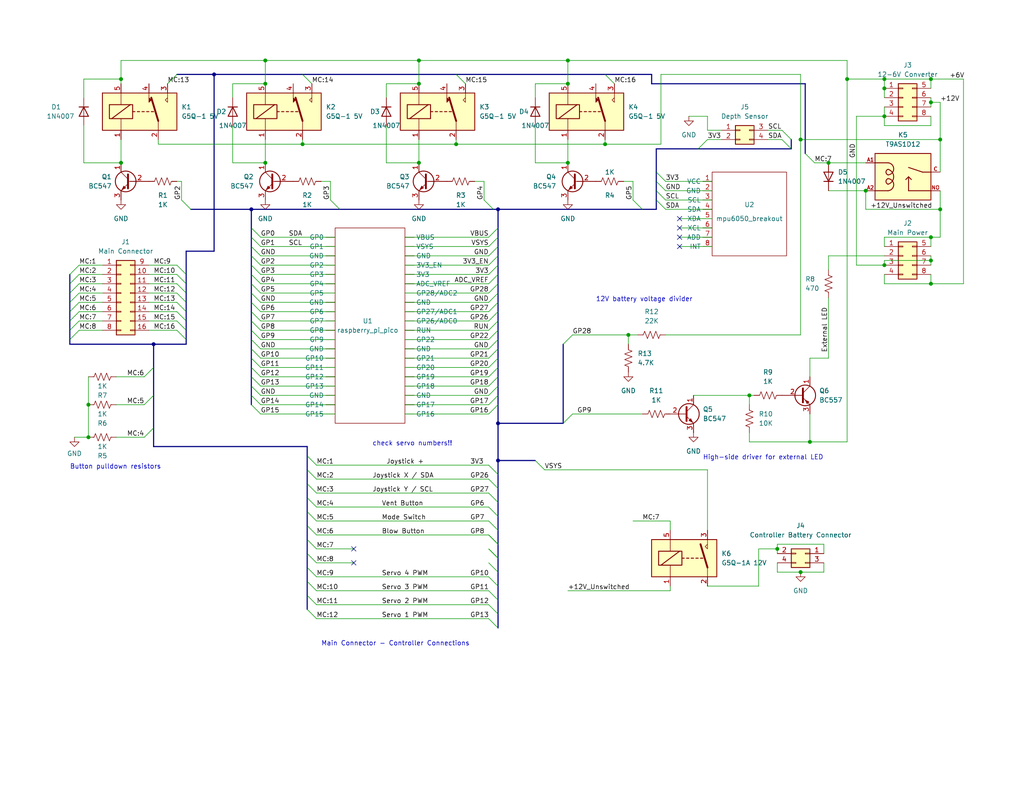
<source format=kicad_sch>
(kicad_sch (version 20211123) (generator eeschema)
  (paper "A")
  (bus_alias "MainConnector" (members "MC:1" "MC:2" "MC:3" "MC:4" "MC:5" "MC:6" "MC:7" "MC:8" "MC:9" "MC:10" "MC:11" "MC:12" "MC:13" "MC:14" "MC:15" "MC:16"))
  (bus_alias "ControllerPins" (members "GP0" "GP1" "GND" "GP2" "GP3" "GP4" "GP5" "GP6" "GP7" "GP8" "GP9" "GP10" "GP11" "GP12" "GP13" "GP14" "GP15" "GP16" "GP17" "GP18" "GP19" "GP20" "GP21" "GP22" "GP26" "GP27" "GP28" "ADC_VREF" "3V3" "3V3_EN" "VSYS" "VBUS"))
  (junction (at 226.06 44.45))
  (junction (at 256.54 57.15))
  (junction (at 236.22 52.07))
  (junction (at 254 27.94))
  (junction (at 165.1 39.37))
  (junction (at 154.94 44.45))
  (junction (at 241.3 24.13))
  (junction (at 254 21.59))
  (junction (at 33.02 44.45))
  (junction (at 58.42 20.32))
  (junction (at 154.94 16.51))
  (junction (at 218.44 156.21))
  (junction (at 204.47 107.95))
  (junction (at 33.02 21.59))
  (junction (at 231.14 21.59))
  (junction (at 68.58 57.15))
  (junction (at 72.39 22.86))
  (junction (at 218.44 38.1))
  (junction (at 154.94 22.86))
  (junction (at 72.39 16.51))
  (junction (at 241.3 21.59))
  (junction (at 135.89 57.15))
  (junction (at 254 77.47))
  (junction (at 114.3 44.45))
  (junction (at 212.09 149.86))
  (junction (at 114.3 16.51))
  (junction (at 124.46 39.37))
  (junction (at 24.13 110.49))
  (junction (at 256.54 38.1))
  (junction (at 82.55 39.37))
  (junction (at 24.13 119.38))
  (junction (at 241.3 72.39))
  (junction (at 254 71.12))
  (junction (at 171.45 91.44))
  (junction (at 241.3 31.75))
  (junction (at 72.39 44.45))
  (junction (at 135.89 115.57))
  (junction (at 41.91 93.98))
  (junction (at 254 64.77))
  (junction (at 220.98 120.65))
  (junction (at 114.3 22.86))
  (junction (at 135.89 125.73))
  (no_connect (at 185.42 67.31))
  (no_connect (at 96.52 153.67))
  (no_connect (at 185.42 59.69))
  (no_connect (at 96.52 149.86))
  (no_connect (at 185.42 62.23))
  (no_connect (at 185.42 64.77))
  (bus_entry (at 133.35 134.62) (size 2.54 2.54))
  (bus_entry (at 146.05 125.73) (size 2.54 2.54))
  (bus_entry (at 133.35 92.71) (size 2.54 -2.54))
  (bus_entry (at 133.35 102.87) (size 2.54 -2.54))
  (bus_entry (at 133.35 64.77) (size 2.54 -2.54))
  (bus_entry (at 133.35 95.25) (size 2.54 -2.54))
  (bus_entry (at 133.35 146.05) (size 2.54 2.54))
  (bus_entry (at 179.07 49.53) (size 2.54 2.54))
  (bus_entry (at 132.08 54.61) (size 2.54 2.54))
  (bus_entry (at 48.26 90.17) (size 2.54 2.54))
  (bus_entry (at 83.82 162.56) (size 2.54 2.54))
  (bus_entry (at 83.82 135.89) (size 2.54 2.54))
  (bus_entry (at 133.35 85.09) (size 2.54 -2.54))
  (bus_entry (at 68.58 95.25) (size 2.54 2.54))
  (bus_entry (at 133.35 72.39) (size 2.54 -2.54))
  (bus_entry (at 19.05 87.63) (size 2.54 -2.54))
  (bus_entry (at 172.72 54.61) (size 2.54 2.54))
  (bus_entry (at 133.35 149.86) (size 2.54 2.54))
  (bus_entry (at 133.35 157.48) (size 2.54 2.54))
  (bus_entry (at 133.35 80.01) (size 2.54 -2.54))
  (bus_entry (at 68.58 87.63) (size 2.54 2.54))
  (bus_entry (at 83.82 166.37) (size 2.54 2.54))
  (bus_entry (at 133.35 146.05) (size 2.54 2.54))
  (bus_entry (at 68.58 105.41) (size 2.54 2.54))
  (bus_entry (at 83.82 128.27) (size 2.54 2.54))
  (bus_entry (at 48.26 20.32) (size -2.54 2.54))
  (bus_entry (at 48.26 85.09) (size 2.54 2.54))
  (bus_entry (at 48.26 82.55) (size 2.54 2.54))
  (bus_entry (at 68.58 72.39) (size 2.54 2.54))
  (bus_entry (at 83.82 124.46) (size 2.54 2.54))
  (bus_entry (at 19.05 90.17) (size 2.54 -2.54))
  (bus_entry (at 48.26 87.63) (size 2.54 2.54))
  (bus_entry (at 19.05 80.01) (size 2.54 -2.54))
  (bus_entry (at 179.07 54.61) (size 2.54 2.54))
  (bus_entry (at 68.58 85.09) (size 2.54 2.54))
  (bus_entry (at 68.58 80.01) (size 2.54 2.54))
  (bus_entry (at 133.35 127) (size 2.54 2.54))
  (bus_entry (at 68.58 64.77) (size 2.54 2.54))
  (bus_entry (at 133.35 149.86) (size 2.54 2.54))
  (bus_entry (at 83.82 154.94) (size 2.54 2.54))
  (bus_entry (at 68.58 97.79) (size 2.54 2.54))
  (bus_entry (at 68.58 74.93) (size 2.54 2.54))
  (bus_entry (at 19.05 77.47) (size 2.54 -2.54))
  (bus_entry (at 41.91 107.95) (size -2.54 2.54))
  (bus_entry (at 153.67 115.57) (size 2.54 -2.54))
  (bus_entry (at 133.35 153.67) (size 2.54 2.54))
  (bus_entry (at 48.26 72.39) (size 2.54 2.54))
  (bus_entry (at 133.35 161.29) (size 2.54 2.54))
  (bus_entry (at 82.55 20.32) (size 2.54 2.54))
  (bus_entry (at 68.58 67.31) (size 2.54 2.54))
  (bus_entry (at 179.07 46.99) (size 2.54 2.54))
  (bus_entry (at 19.05 92.71) (size 2.54 -2.54))
  (bus_entry (at 48.26 74.93) (size 2.54 2.54))
  (bus_entry (at 133.35 97.79) (size 2.54 -2.54))
  (bus_entry (at 133.35 110.49) (size 2.54 -2.54))
  (bus_entry (at 19.05 74.93) (size 2.54 -2.54))
  (bus_entry (at 68.58 90.17) (size 2.54 2.54))
  (bus_entry (at 83.82 143.51) (size 2.54 2.54))
  (bus_entry (at 133.35 90.17) (size 2.54 -2.54))
  (bus_entry (at 83.82 151.13) (size 2.54 2.54))
  (bus_entry (at 90.17 54.61) (size 2.54 2.54))
  (bus_entry (at 133.35 138.43) (size 2.54 2.54))
  (bus_entry (at 83.82 158.75) (size 2.54 2.54))
  (bus_entry (at 83.82 139.7) (size 2.54 2.54))
  (bus_entry (at 68.58 77.47) (size 2.54 2.54))
  (bus_entry (at 213.36 38.1) (size 2.54 2.54))
  (bus_entry (at 19.05 85.09) (size 2.54 -2.54))
  (bus_entry (at 133.35 74.93) (size 2.54 -2.54))
  (bus_entry (at 41.91 116.84) (size -2.54 2.54))
  (bus_entry (at 133.35 100.33) (size 2.54 -2.54))
  (bus_entry (at 49.53 54.61) (size 2.54 2.54))
  (bus_entry (at 133.35 77.47) (size 2.54 -2.54))
  (bus_entry (at 133.35 113.03) (size 2.54 -2.54))
  (bus_entry (at 133.35 69.85) (size 2.54 -2.54))
  (bus_entry (at 68.58 100.33) (size 2.54 2.54))
  (bus_entry (at 153.67 93.98) (size 2.54 -2.54))
  (bus_entry (at 68.58 62.23) (size 2.54 2.54))
  (bus_entry (at 133.35 165.1) (size 2.54 2.54))
  (bus_entry (at 133.35 105.41) (size 2.54 -2.54))
  (bus_entry (at 133.35 82.55) (size 2.54 -2.54))
  (bus_entry (at 133.35 107.95) (size 2.54 -2.54))
  (bus_entry (at 48.26 80.01) (size 2.54 2.54))
  (bus_entry (at 41.91 100.33) (size -2.54 2.54))
  (bus_entry (at 213.36 35.56) (size 2.54 2.54))
  (bus_entry (at 68.58 92.71) (size 2.54 2.54))
  (bus_entry (at 83.82 147.32) (size 2.54 2.54))
  (bus_entry (at 48.26 77.47) (size 2.54 2.54))
  (bus_entry (at 19.05 82.55) (size 2.54 -2.54))
  (bus_entry (at 133.35 130.81) (size 2.54 2.54))
  (bus_entry (at 179.07 52.07) (size 2.54 2.54))
  (bus_entry (at 68.58 69.85) (size 2.54 2.54))
  (bus_entry (at 190.5 40.64) (size 2.54 -2.54))
  (bus_entry (at 68.58 82.55) (size 2.54 2.54))
  (bus_entry (at 133.35 67.31) (size 2.54 -2.54))
  (bus_entry (at 219.71 41.91) (size 2.54 2.54))
  (bus_entry (at 133.35 142.24) (size 2.54 2.54))
  (bus_entry (at 165.1 20.32) (size 2.54 2.54))
  (bus_entry (at 83.82 132.08) (size 2.54 2.54))
  (bus_entry (at 68.58 107.95) (size 2.54 2.54))
  (bus_entry (at 133.35 168.91) (size 2.54 2.54))
  (bus_entry (at 133.35 87.63) (size 2.54 -2.54))
  (bus_entry (at 68.58 102.87) (size 2.54 2.54))
  (bus_entry (at 124.46 20.32) (size 2.54 2.54))
  (bus_entry (at 68.58 110.49) (size 2.54 2.54))
  (wire (pts (xy 254 27.94) (xy 254 29.21)))
  (bus (pts (xy 135.89 152.4) (xy 135.89 156.21)))
  (wire (pts (xy 71.12 87.63) (xy 91.44 87.63)))
  (bus (pts (xy 135.89 107.95) (xy 135.89 110.49)))
  (bus (pts (xy 83.82 158.75) (xy 83.82 162.56)))
  (wire (pts (xy 154.94 22.86) (xy 146.05 22.86)))
  (bus (pts (xy 135.89 67.31) (xy 135.89 69.85)))
  (wire (pts (xy 209.55 38.1) (xy 213.36 38.1)))
  (wire (pts (xy 207.01 149.86) (xy 207.01 160.02)))
  (bus (pts (xy 135.89 57.15) (xy 175.26 57.15)))
  (wire (pts (xy 181.61 54.61) (xy 194.31 54.61)))
  (wire (pts (xy 185.42 59.69) (xy 194.31 59.69)))
  (wire (pts (xy 241.3 24.13) (xy 241.3 26.67)))
  (wire (pts (xy 241.3 77.47) (xy 254 77.47)))
  (wire (pts (xy 254 21.59) (xy 262.89 21.59)))
  (bus (pts (xy 135.89 140.97) (xy 135.89 144.78)))
  (wire (pts (xy 71.12 85.09) (xy 91.44 85.09)))
  (bus (pts (xy 68.58 62.23) (xy 68.58 64.77)))
  (wire (pts (xy 86.36 146.05) (xy 133.35 146.05)))
  (wire (pts (xy 43.18 39.37) (xy 82.55 39.37)))
  (bus (pts (xy 83.82 147.32) (xy 83.82 151.13)))
  (bus (pts (xy 219.71 22.86) (xy 219.71 41.91)))
  (bus (pts (xy 165.1 20.32) (xy 177.8 20.32)))
  (wire (pts (xy 256.54 64.77) (xy 254 64.77)))
  (wire (pts (xy 63.5 22.86) (xy 63.5 26.67)))
  (bus (pts (xy 68.58 57.15) (xy 92.71 57.15)))
  (bus (pts (xy 83.82 132.08) (xy 83.82 135.89)))
  (wire (pts (xy 231.14 21.59) (xy 241.3 21.59)))
  (bus (pts (xy 50.8 92.71) (xy 50.8 93.98)))
  (bus (pts (xy 19.05 82.55) (xy 19.05 85.09)))
  (wire (pts (xy 226.06 81.28) (xy 226.06 97.79)))
  (wire (pts (xy 71.12 95.25) (xy 91.44 95.25)))
  (wire (pts (xy 71.12 105.41) (xy 91.44 105.41)))
  (wire (pts (xy 212.09 149.86) (xy 207.01 149.86)))
  (bus (pts (xy 58.42 20.32) (xy 58.42 68.58)))
  (wire (pts (xy 193.04 35.56) (xy 193.04 31.75)))
  (wire (pts (xy 110.49 74.93) (xy 133.35 74.93)))
  (wire (pts (xy 40.64 82.55) (xy 48.26 82.55)))
  (bus (pts (xy 19.05 90.17) (xy 19.05 92.71)))
  (wire (pts (xy 124.46 39.37) (xy 124.46 38.1)))
  (wire (pts (xy 110.49 85.09) (xy 133.35 85.09)))
  (bus (pts (xy 153.67 93.98) (xy 153.67 115.57)))
  (wire (pts (xy 224.79 148.59) (xy 224.79 151.13)))
  (wire (pts (xy 220.98 97.79) (xy 220.98 102.87)))
  (wire (pts (xy 256.54 38.1) (xy 256.54 46.99)))
  (bus (pts (xy 135.89 77.47) (xy 135.89 80.01)))
  (wire (pts (xy 193.04 144.78) (xy 193.04 128.27)))
  (bus (pts (xy 41.91 93.98) (xy 50.8 93.98)))
  (wire (pts (xy 182.88 160.02) (xy 182.88 161.29)))
  (wire (pts (xy 241.3 24.13) (xy 241.3 21.59)))
  (wire (pts (xy 154.94 16.51) (xy 154.94 22.86)))
  (wire (pts (xy 189.23 107.95) (xy 204.47 107.95)))
  (bus (pts (xy 50.8 68.58) (xy 50.8 74.93)))
  (wire (pts (xy 241.3 69.85) (xy 226.06 69.85)))
  (wire (pts (xy 110.49 82.55) (xy 133.35 82.55)))
  (wire (pts (xy 254 77.47) (xy 262.89 77.47)))
  (wire (pts (xy 22.86 44.45) (xy 33.02 44.45)))
  (bus (pts (xy 135.89 90.17) (xy 135.89 92.71)))
  (bus (pts (xy 135.89 57.15) (xy 135.89 62.23)))
  (wire (pts (xy 204.47 107.95) (xy 204.47 110.49)))
  (bus (pts (xy 135.89 74.93) (xy 135.89 77.47)))
  (bus (pts (xy 83.82 162.56) (xy 83.82 166.37)))
  (bus (pts (xy 68.58 57.15) (xy 68.58 62.23)))
  (bus (pts (xy 50.8 77.47) (xy 50.8 80.01)))
  (wire (pts (xy 20.32 119.38) (xy 24.13 119.38)))
  (wire (pts (xy 220.98 97.79) (xy 226.06 97.79)))
  (bus (pts (xy 68.58 74.93) (xy 68.58 77.47)))
  (wire (pts (xy 212.09 153.67) (xy 212.09 156.21)))
  (bus (pts (xy 135.89 80.01) (xy 135.89 82.55)))
  (wire (pts (xy 241.3 72.39) (xy 233.68 72.39)))
  (bus (pts (xy 68.58 95.25) (xy 68.58 97.79)))
  (bus (pts (xy 68.58 92.71) (xy 68.58 95.25)))
  (wire (pts (xy 71.12 67.31) (xy 91.44 67.31)))
  (wire (pts (xy 40.64 74.93) (xy 48.26 74.93)))
  (wire (pts (xy 241.3 21.59) (xy 254 21.59)))
  (bus (pts (xy 135.89 102.87) (xy 135.89 105.41)))
  (wire (pts (xy 226.06 44.45) (xy 236.22 44.45)))
  (bus (pts (xy 50.8 80.01) (xy 50.8 82.55)))
  (bus (pts (xy 135.89 105.41) (xy 135.89 107.95)))
  (bus (pts (xy 83.82 135.89) (xy 83.82 139.7)))
  (wire (pts (xy 110.49 102.87) (xy 133.35 102.87)))
  (bus (pts (xy 19.05 87.63) (xy 19.05 90.17)))
  (wire (pts (xy 39.37 102.87) (xy 31.75 102.87)))
  (wire (pts (xy 254 71.12) (xy 241.3 71.12)))
  (wire (pts (xy 156.21 91.44) (xy 171.45 91.44)))
  (wire (pts (xy 71.12 72.39) (xy 91.44 72.39)))
  (wire (pts (xy 172.72 49.53) (xy 170.18 49.53)))
  (wire (pts (xy 71.12 100.33) (xy 91.44 100.33)))
  (wire (pts (xy 24.13 110.49) (xy 24.13 102.87)))
  (wire (pts (xy 193.04 35.56) (xy 196.85 35.56)))
  (wire (pts (xy 233.68 72.39) (xy 233.68 31.75)))
  (wire (pts (xy 204.47 120.65) (xy 220.98 120.65)))
  (wire (pts (xy 21.59 74.93) (xy 27.94 74.93)))
  (wire (pts (xy 82.55 39.37) (xy 82.55 38.1)))
  (wire (pts (xy 33.02 16.51) (xy 33.02 21.59)))
  (wire (pts (xy 110.49 105.41) (xy 133.35 105.41)))
  (wire (pts (xy 181.61 113.03) (xy 182.88 113.03)))
  (wire (pts (xy 21.59 82.55) (xy 27.94 82.55)))
  (wire (pts (xy 71.12 69.85) (xy 91.44 69.85)))
  (wire (pts (xy 212.09 148.59) (xy 212.09 149.86)))
  (bus (pts (xy 50.8 82.55) (xy 50.8 85.09)))
  (bus (pts (xy 19.05 74.93) (xy 19.05 77.47)))
  (wire (pts (xy 220.98 113.03) (xy 220.98 120.65)))
  (wire (pts (xy 114.3 44.45) (xy 114.3 38.1)))
  (wire (pts (xy 171.45 93.98) (xy 171.45 91.44)))
  (wire (pts (xy 63.5 34.29) (xy 63.5 44.45)))
  (wire (pts (xy 172.72 49.53) (xy 172.72 54.61)))
  (wire (pts (xy 132.08 49.53) (xy 132.08 54.61)))
  (wire (pts (xy 207.01 160.02) (xy 193.04 160.02)))
  (wire (pts (xy 148.59 128.27) (xy 193.04 128.27)))
  (wire (pts (xy 110.49 77.47) (xy 133.35 77.47)))
  (bus (pts (xy 177.8 22.86) (xy 219.71 22.86)))
  (wire (pts (xy 241.3 71.12) (xy 241.3 72.39)))
  (wire (pts (xy 154.94 44.45) (xy 154.94 38.1)))
  (bus (pts (xy 58.42 20.32) (xy 82.55 20.32)))
  (bus (pts (xy 41.91 107.95) (xy 41.91 100.33)))
  (wire (pts (xy 165.1 39.37) (xy 180.34 39.37)))
  (bus (pts (xy 83.82 151.13) (xy 83.82 154.94)))
  (wire (pts (xy 146.05 34.29) (xy 146.05 44.45)))
  (wire (pts (xy 181.61 57.15) (xy 194.31 57.15)))
  (wire (pts (xy 86.36 130.81) (xy 133.35 130.81)))
  (wire (pts (xy 110.49 67.31) (xy 133.35 67.31)))
  (wire (pts (xy 262.89 21.59) (xy 262.89 77.47)))
  (wire (pts (xy 254 21.59) (xy 254 24.13)))
  (wire (pts (xy 110.49 110.49) (xy 133.35 110.49)))
  (bus (pts (xy 179.07 52.07) (xy 179.07 54.61)))
  (wire (pts (xy 254 34.29) (xy 254 31.75)))
  (bus (pts (xy 52.07 57.15) (xy 68.58 57.15)))
  (bus (pts (xy 68.58 105.41) (xy 68.58 107.95)))
  (wire (pts (xy 165.1 39.37) (xy 165.1 38.1)))
  (bus (pts (xy 48.26 20.32) (xy 58.42 20.32)))
  (wire (pts (xy 256.54 57.15) (xy 256.54 64.77)))
  (bus (pts (xy 83.82 139.7) (xy 83.82 143.51)))
  (wire (pts (xy 154.94 16.51) (xy 231.14 16.51)))
  (wire (pts (xy 110.49 113.03) (xy 133.35 113.03)))
  (bus (pts (xy 68.58 77.47) (xy 68.58 80.01)))
  (bus (pts (xy 68.58 87.63) (xy 68.58 90.17)))
  (wire (pts (xy 22.86 34.29) (xy 22.86 44.45)))
  (wire (pts (xy 241.3 67.31) (xy 241.3 64.77)))
  (wire (pts (xy 254 69.85) (xy 254 71.12)))
  (wire (pts (xy 209.55 35.56) (xy 213.36 35.56)))
  (bus (pts (xy 135.89 144.78) (xy 135.89 148.59)))
  (wire (pts (xy 71.12 107.95) (xy 91.44 107.95)))
  (bus (pts (xy 135.89 100.33) (xy 135.89 102.87)))
  (wire (pts (xy 71.12 102.87) (xy 91.44 102.87)))
  (wire (pts (xy 40.64 85.09) (xy 48.26 85.09)))
  (bus (pts (xy 179.07 57.15) (xy 175.26 57.15)))
  (wire (pts (xy 146.05 44.45) (xy 154.94 44.45)))
  (wire (pts (xy 72.39 16.51) (xy 72.39 22.86)))
  (wire (pts (xy 171.45 91.44) (xy 173.99 91.44)))
  (wire (pts (xy 224.79 156.21) (xy 224.79 153.67)))
  (wire (pts (xy 110.49 100.33) (xy 133.35 100.33)))
  (wire (pts (xy 21.59 85.09) (xy 27.94 85.09)))
  (bus (pts (xy 135.89 129.54) (xy 135.89 133.35)))
  (bus (pts (xy 135.89 87.63) (xy 135.89 90.17)))
  (wire (pts (xy 40.64 90.17) (xy 48.26 90.17)))
  (wire (pts (xy 86.36 153.67) (xy 96.52 153.67)))
  (bus (pts (xy 179.07 54.61) (xy 179.07 57.15)))
  (wire (pts (xy 71.12 97.79) (xy 91.44 97.79)))
  (bus (pts (xy 68.58 107.95) (xy 68.58 110.49)))
  (bus (pts (xy 135.89 156.21) (xy 135.89 160.02)))
  (wire (pts (xy 241.3 31.75) (xy 241.3 34.29)))
  (wire (pts (xy 49.53 49.53) (xy 49.53 54.61)))
  (wire (pts (xy 40.64 87.63) (xy 48.26 87.63)))
  (wire (pts (xy 24.13 119.38) (xy 24.13 110.49)))
  (bus (pts (xy 19.05 80.01) (xy 19.05 82.55)))
  (wire (pts (xy 21.59 90.17) (xy 27.94 90.17)))
  (wire (pts (xy 146.05 22.86) (xy 146.05 26.67)))
  (bus (pts (xy 179.07 49.53) (xy 179.07 52.07)))
  (wire (pts (xy 231.14 16.51) (xy 231.14 21.59)))
  (wire (pts (xy 241.3 34.29) (xy 254 34.29)))
  (wire (pts (xy 71.12 74.93) (xy 91.44 74.93)))
  (wire (pts (xy 71.12 82.55) (xy 91.44 82.55)))
  (bus (pts (xy 177.8 20.32) (xy 177.8 22.86)))
  (wire (pts (xy 33.02 16.51) (xy 72.39 16.51)))
  (wire (pts (xy 90.17 49.53) (xy 90.17 54.61)))
  (bus (pts (xy 179.07 40.64) (xy 190.5 40.64)))
  (bus (pts (xy 135.89 85.09) (xy 135.89 87.63)))
  (wire (pts (xy 218.44 20.32) (xy 180.34 20.32)))
  (bus (pts (xy 58.42 68.58) (xy 50.8 68.58)))
  (bus (pts (xy 135.89 69.85) (xy 135.89 72.39)))
  (bus (pts (xy 135.89 115.57) (xy 135.89 125.73)))
  (wire (pts (xy 218.44 20.32) (xy 218.44 38.1)))
  (wire (pts (xy 63.5 44.45) (xy 72.39 44.45)))
  (wire (pts (xy 22.86 26.67) (xy 22.86 21.59)))
  (bus (pts (xy 68.58 90.17) (xy 68.58 92.71)))
  (wire (pts (xy 180.34 20.32) (xy 180.34 39.37)))
  (wire (pts (xy 71.12 77.47) (xy 91.44 77.47)))
  (wire (pts (xy 40.64 80.01) (xy 48.26 80.01)))
  (wire (pts (xy 182.88 142.24) (xy 172.72 142.24)))
  (bus (pts (xy 68.58 69.85) (xy 68.58 72.39)))
  (wire (pts (xy 86.36 134.62) (xy 133.35 134.62)))
  (wire (pts (xy 256.54 27.94) (xy 256.54 38.1)))
  (bus (pts (xy 135.89 92.71) (xy 135.89 95.25)))
  (wire (pts (xy 33.02 21.59) (xy 33.02 22.86)))
  (bus (pts (xy 92.71 57.15) (xy 134.62 57.15)))
  (wire (pts (xy 181.61 91.44) (xy 218.44 91.44)))
  (wire (pts (xy 185.42 62.23) (xy 194.31 62.23)))
  (wire (pts (xy 114.3 16.51) (xy 154.94 16.51)))
  (bus (pts (xy 190.5 40.64) (xy 215.9 40.64)))
  (wire (pts (xy 218.44 156.21) (xy 224.79 156.21)))
  (wire (pts (xy 105.41 44.45) (xy 114.3 44.45)))
  (wire (pts (xy 204.47 118.11) (xy 204.47 120.65)))
  (wire (pts (xy 105.41 22.86) (xy 114.3 22.86)))
  (bus (pts (xy 135.89 167.64) (xy 135.89 171.45)))
  (wire (pts (xy 226.06 52.07) (xy 236.22 52.07)))
  (wire (pts (xy 254 77.47) (xy 254 74.93)))
  (wire (pts (xy 110.49 95.25) (xy 133.35 95.25)))
  (wire (pts (xy 86.36 138.43) (xy 133.35 138.43)))
  (bus (pts (xy 215.9 38.1) (xy 215.9 40.64)))
  (wire (pts (xy 114.3 16.51) (xy 114.3 22.86)))
  (wire (pts (xy 48.26 49.53) (xy 49.53 49.53)))
  (wire (pts (xy 71.12 80.01) (xy 91.44 80.01)))
  (bus (pts (xy 83.82 124.46) (xy 83.82 128.27)))
  (wire (pts (xy 110.49 80.01) (xy 133.35 80.01)))
  (wire (pts (xy 40.64 72.39) (xy 48.26 72.39)))
  (bus (pts (xy 19.05 93.98) (xy 41.91 93.98)))
  (wire (pts (xy 222.25 44.45) (xy 226.06 44.45)))
  (bus (pts (xy 135.89 160.02) (xy 135.89 163.83)))
  (wire (pts (xy 193.04 38.1) (xy 196.85 38.1)))
  (wire (pts (xy 72.39 16.51) (xy 114.3 16.51)))
  (wire (pts (xy 105.41 34.29) (xy 105.41 44.45)))
  (bus (pts (xy 179.07 46.99) (xy 179.07 49.53)))
  (wire (pts (xy 181.61 52.07) (xy 194.31 52.07)))
  (bus (pts (xy 19.05 77.47) (xy 19.05 80.01)))
  (wire (pts (xy 82.55 39.37) (xy 124.46 39.37)))
  (wire (pts (xy 226.06 69.85) (xy 226.06 73.66)))
  (wire (pts (xy 241.3 64.77) (xy 254 64.77)))
  (bus (pts (xy 135.89 125.73) (xy 135.89 129.54)))
  (wire (pts (xy 212.09 149.86) (xy 212.09 151.13)))
  (bus (pts (xy 19.05 92.71) (xy 19.05 93.98)))
  (wire (pts (xy 43.18 38.1) (xy 43.18 39.37)))
  (wire (pts (xy 236.22 52.07) (xy 236.22 57.15)))
  (bus (pts (xy 135.89 137.16) (xy 135.89 140.97)))
  (wire (pts (xy 254 64.77) (xy 254 67.31)))
  (wire (pts (xy 182.88 142.24) (xy 182.88 144.78)))
  (bus (pts (xy 135.89 64.77) (xy 135.89 67.31)))
  (wire (pts (xy 233.68 31.75) (xy 241.3 31.75)))
  (bus (pts (xy 41.91 107.95) (xy 41.91 116.84)))
  (bus (pts (xy 41.91 93.98) (xy 41.91 100.33)))
  (wire (pts (xy 231.14 21.59) (xy 231.14 120.65)))
  (bus (pts (xy 83.82 128.27) (xy 83.82 132.08)))
  (wire (pts (xy 86.36 127) (xy 133.35 127)))
  (wire (pts (xy 105.41 26.67) (xy 105.41 22.86)))
  (wire (pts (xy 21.59 87.63) (xy 27.94 87.63)))
  (wire (pts (xy 110.49 69.85) (xy 133.35 69.85)))
  (wire (pts (xy 21.59 72.39) (xy 27.94 72.39)))
  (bus (pts (xy 135.89 148.59) (xy 135.89 152.4)))
  (bus (pts (xy 135.89 133.35) (xy 135.89 137.16)))
  (wire (pts (xy 39.37 119.38) (xy 31.75 119.38)))
  (bus (pts (xy 68.58 97.79) (xy 68.58 100.33)))
  (wire (pts (xy 110.49 97.79) (xy 133.35 97.79)))
  (wire (pts (xy 187.96 31.75) (xy 193.04 31.75)))
  (wire (pts (xy 212.09 156.21) (xy 218.44 156.21)))
  (wire (pts (xy 86.36 165.1) (xy 133.35 165.1)))
  (wire (pts (xy 154.94 161.29) (xy 182.88 161.29)))
  (wire (pts (xy 72.39 44.45) (xy 72.39 38.1)))
  (bus (pts (xy 83.82 143.51) (xy 83.82 147.32)))
  (bus (pts (xy 135.89 125.73) (xy 146.05 125.73)))
  (bus (pts (xy 83.82 154.94) (xy 83.82 158.75)))
  (wire (pts (xy 71.12 113.03) (xy 91.44 113.03)))
  (wire (pts (xy 86.36 161.29) (xy 133.35 161.29)))
  (wire (pts (xy 110.49 107.95) (xy 133.35 107.95)))
  (wire (pts (xy 132.08 49.53) (xy 129.54 49.53)))
  (wire (pts (xy 220.98 120.65) (xy 231.14 120.65)))
  (bus (pts (xy 50.8 85.09) (xy 50.8 87.63)))
  (wire (pts (xy 218.44 38.1) (xy 218.44 91.44)))
  (wire (pts (xy 71.12 90.17) (xy 91.44 90.17)))
  (wire (pts (xy 90.17 49.53) (xy 87.63 49.53)))
  (bus (pts (xy 68.58 100.33) (xy 68.58 102.87)))
  (bus (pts (xy 50.8 74.93) (xy 50.8 77.47)))
  (wire (pts (xy 110.49 90.17) (xy 133.35 90.17)))
  (wire (pts (xy 86.36 157.48) (xy 133.35 157.48)))
  (wire (pts (xy 236.22 57.15) (xy 256.54 57.15)))
  (wire (pts (xy 86.36 142.24) (xy 133.35 142.24)))
  (bus (pts (xy 41.91 116.84) (xy 41.91 121.92)))
  (bus (pts (xy 124.46 20.32) (xy 165.1 20.32)))
  (wire (pts (xy 241.3 74.93) (xy 241.3 77.47)))
  (wire (pts (xy 254 26.67) (xy 254 27.94)))
  (bus (pts (xy 135.89 72.39) (xy 135.89 74.93)))
  (wire (pts (xy 71.12 64.77) (xy 91.44 64.77)))
  (bus (pts (xy 135.89 62.23) (xy 135.89 64.77)))
  (wire (pts (xy 21.59 80.01) (xy 27.94 80.01)))
  (bus (pts (xy 68.58 64.77) (xy 68.58 67.31)))
  (wire (pts (xy 86.36 149.86) (xy 96.52 149.86)))
  (wire (pts (xy 181.61 49.53) (xy 194.31 49.53)))
  (bus (pts (xy 135.89 115.57) (xy 153.67 115.57)))
  (bus (pts (xy 135.89 95.25) (xy 135.89 97.79)))
  (bus (pts (xy 50.8 87.63) (xy 50.8 90.17)))
  (wire (pts (xy 86.36 168.91) (xy 133.35 168.91)))
  (wire (pts (xy 224.79 148.59) (xy 212.09 148.59)))
  (wire (pts (xy 241.3 29.21) (xy 241.3 31.75)))
  (bus (pts (xy 82.55 20.32) (xy 124.46 20.32)))
  (wire (pts (xy 218.44 38.1) (xy 256.54 38.1)))
  (bus (pts (xy 68.58 82.55) (xy 68.58 85.09)))
  (wire (pts (xy 204.47 107.95) (xy 205.74 107.95)))
  (bus (pts (xy 179.07 40.64) (xy 179.07 46.99)))
  (wire (pts (xy 185.42 67.31) (xy 194.31 67.31)))
  (wire (pts (xy 71.12 110.49) (xy 91.44 110.49)))
  (wire (pts (xy 185.42 64.77) (xy 194.31 64.77)))
  (bus (pts (xy 68.58 67.31) (xy 68.58 69.85)))
  (bus (pts (xy 135.89 163.83) (xy 135.89 167.64)))
  (bus (pts (xy 135.89 82.55) (xy 135.89 85.09)))
  (wire (pts (xy 22.86 21.59) (xy 33.02 21.59)))
  (wire (pts (xy 110.49 64.77) (xy 133.35 64.77)))
  (wire (pts (xy 254 71.12) (xy 254 72.39)))
  (bus (pts (xy 134.62 57.15) (xy 135.89 57.15)))
  (wire (pts (xy 110.49 87.63) (xy 133.35 87.63)))
  (wire (pts (xy 33.02 38.1) (xy 33.02 44.45)))
  (wire (pts (xy 40.64 77.47) (xy 48.26 77.47)))
  (bus (pts (xy 50.8 90.17) (xy 50.8 92.71)))
  (bus (pts (xy 68.58 102.87) (xy 68.58 105.41)))
  (wire (pts (xy 156.21 113.03) (xy 175.26 113.03)))
  (wire (pts (xy 72.39 22.86) (xy 63.5 22.86)))
  (bus (pts (xy 68.58 80.01) (xy 68.58 82.55)))
  (wire (pts (xy 21.59 77.47) (xy 27.94 77.47)))
  (wire (pts (xy 110.49 72.39) (xy 133.35 72.39)))
  (bus (pts (xy 83.82 121.92) (xy 83.82 124.46)))
  (wire (pts (xy 124.46 39.37) (xy 165.1 39.37)))
  (wire (pts (xy 71.12 92.71) (xy 91.44 92.71)))
  (bus (pts (xy 19.05 85.09) (xy 19.05 87.63)))
  (wire (pts (xy 110.49 92.71) (xy 133.35 92.71)))
  (bus (pts (xy 68.58 72.39) (xy 68.58 74.93)))
  (wire (pts (xy 39.37 110.49) (xy 31.75 110.49)))
  (bus (pts (xy 68.58 85.09) (xy 68.58 87.63)))
  (bus (pts (xy 41.91 121.92) (xy 83.82 121.92)))
  (wire (pts (xy 256.54 52.07) (xy 256.54 57.15)))
  (bus (pts (xy 135.89 97.79) (xy 135.89 100.33)))
  (wire (pts (xy 254 27.94) (xy 256.54 27.94)))
  (bus (pts (xy 135.89 110.49) (xy 135.89 115.57)))
  (text "12V battery voltage divider" (at 162.56 82.55 0) (effects (font (size 1.27 1.27)) (justify left bottom)))
  (text "Main Connector - Controller Connections" (at 87.63 176.53 0) (effects (font (size 1.27 1.27)) (justify left bottom)))
  (text "Button pulldown resistors" (at 19.05 128.27 0) (effects (font (size 1.27 1.27)) (justify left bottom)))
  (text "check servo numbers!!" (at 101.6 121.92 0) (effects (font (size 1.27 1.27)) (justify left bottom)))
  (text "High-side driver for external LED" (at 191.77 125.73 0) (effects (font (size 1.27 1.27)) (justify left bottom)))
  (label "GP9" (at 157.48 113.03 0))
  (label "GP26" (at 128.27 130.81 0))
  (label "GP2" (at 49.53 54.61 90))
  (label "GP27" (at 128.27 134.62 0))
  (label "+6V" (at 259.08 21.59 0))
  (label "MC:13" (at 45.72 22.86 0))
  (label "GND" (at 181.61 52.07 0))
  (label "GP12" (at 71.12 102.87 0))
  (label "GP15" (at 71.12 113.03 0))
  (label "MC:16" (at 41.91 90.17 0))
  (label "MC:13" (at 41.91 82.55 0))
  (label "MC:14" (at 85.09 22.86 0))
  (label "GP6" (at 128.27 138.43 0))
  (label "GP13" (at 128.27 168.91 0))
  (label "MC:4" (at 39.37 119.38 180))
  (label "GP3" (at 90.17 54.61 90))
  (label "Servo 2 PWM" (at 104.14 165.1 0))
  (label "SCL" (at 209.55 35.56 0))
  (label "GP8" (at 71.12 90.17 0))
  (label "MC:8" (at 86.36 153.67 0))
  (label "3V3" (at 193.04 38.1 0))
  (label "GP27" (at 133.35 85.09 180))
  (label "SDA" (at 78.74 64.77 0))
  (label "MC:14" (at 41.91 85.09 0))
  (label "SDA" (at 209.55 38.1 0))
  (label "VSYS" (at 133.35 67.31 180))
  (label "MC:15" (at 41.91 87.63 0))
  (label "Servo 1 PWM" (at 104.14 168.91 0))
  (label "SCL" (at 78.74 67.31 0))
  (label "MC:6" (at 86.36 146.05 0))
  (label "MC:9" (at 86.36 157.48 0))
  (label "GND" (at 71.12 82.55 0))
  (label "MC:6" (at 21.59 85.09 0))
  (label "GP9" (at 71.12 92.71 0))
  (label "GND" (at 233.68 43.18 90))
  (label "GP11" (at 71.12 100.33 0))
  (label "Servo 3 PWM" (at 104.14 161.29 0))
  (label "3V3" (at 128.27 127 0))
  (label "GP7" (at 71.12 87.63 0))
  (label "GP6" (at 71.12 85.09 0))
  (label "GND" (at 71.12 69.85 0))
  (label "GND" (at 133.35 107.95 180))
  (label "MC:4" (at 86.36 138.43 0))
  (label "GP12" (at 128.27 165.1 0))
  (label "GP10" (at 71.12 97.79 0))
  (label "GP8" (at 128.27 146.05 0))
  (label "MC:16" (at 167.64 22.86 0))
  (label "GP3" (at 71.12 74.93 0))
  (label "MC:10" (at 86.36 161.29 0))
  (label "MC:5" (at 39.37 110.49 180))
  (label "SCL" (at 181.61 54.61 0))
  (label "GP1" (at 71.12 67.31 0))
  (label "GND" (at 133.35 69.85 180))
  (label "MC:2" (at 86.36 130.81 0))
  (label "MC:1" (at 21.59 72.39 0))
  (label "Mode Switch" (at 104.14 142.24 0))
  (label "External LED" (at 226.06 83.82 270))
  (label "MC:3" (at 86.36 134.62 0))
  (label "MC:7" (at 175.26 142.24 0))
  (label "MC:12" (at 41.91 80.01 0))
  (label "+12V_Unswitched" (at 154.94 161.29 0))
  (label "RUN" (at 133.35 90.17 180))
  (label "MC:1" (at 86.36 127 0))
  (label "GP19" (at 133.35 102.87 180))
  (label "MC:2" (at 21.59 74.93 0))
  (label "MC:5" (at 86.36 142.24 0))
  (label "VSYS" (at 148.59 128.27 0))
  (label "Joystick Y {slash} SCL" (at 101.6 134.62 0))
  (label "GP4" (at 71.12 77.47 0))
  (label "+12V_Unswitched" (at 237.49 57.15 0))
  (label "Vent Button" (at 104.14 138.43 0))
  (label "Joystick +" (at 105.41 127 0))
  (label "GP22" (at 133.35 92.71 180))
  (label "Joystick X {slash} SDA" (at 101.6 130.81 0))
  (label "GP5" (at 172.72 54.61 90))
  (label "GP21" (at 133.35 97.79 180))
  (label "MC:7" (at 21.59 87.63 0))
  (label "MC:5" (at 21.59 82.55 0))
  (label "GP10" (at 128.27 157.48 0))
  (label "GP7" (at 128.27 142.24 0))
  (label "GP0" (at 71.12 64.77 0))
  (label "3V3_EN" (at 133.35 72.39 180))
  (label "GP5" (at 71.12 80.01 0))
  (label "ADC_VREF" (at 133.35 77.47 180))
  (label "GP17" (at 133.35 110.49 180))
  (label "GP26" (at 133.35 87.63 180))
  (label "GP18" (at 133.35 105.41 180))
  (label "GND" (at 71.12 107.95 0))
  (label "Blow Button" (at 104.14 146.05 0))
  (label "MC:7" (at 86.36 149.86 0))
  (label "GP14" (at 71.12 110.49 0))
  (label "GP16" (at 133.35 113.03 180))
  (label "VBUS" (at 133.35 64.77 180))
  (label "MC:3" (at 21.59 77.47 0))
  (label "GP13" (at 71.12 105.41 0))
  (label "GND" (at 133.35 82.55 180))
  (label "GP2" (at 71.12 72.39 0))
  (label "3V3" (at 133.35 74.93 180))
  (label "GP20" (at 133.35 100.33 180))
  (label "MC:15" (at 127 22.86 0))
  (label "MC:12" (at 86.36 168.91 0))
  (label "MC:9" (at 41.91 72.39 0))
  (label "Servo 4 PWM" (at 104.14 157.48 0))
  (label "MC:11" (at 41.91 77.47 0))
  (label "3V3" (at 181.61 49.53 0))
  (label "GP11" (at 128.27 161.29 0))
  (label "+12V" (at 256.54 27.94 0))
  (label "GND" (at 71.12 95.25 0))
  (label "MC:10" (at 41.91 74.93 0))
  (label "MC:6" (at 39.37 102.87 180))
  (label "GP4" (at 132.08 54.61 90))
  (label "MC:11" (at 86.36 165.1 0))
  (label "GP28" (at 156.21 91.44 0))
  (label "MC:4" (at 21.59 80.01 0))
  (label "GND" (at 133.35 95.25 180))
  (label "MC:7" (at 222.25 44.45 0))
  (label "MC:8" (at 21.59 90.17 0))
  (label "GP28" (at 133.35 80.01 180))
  (label "SDA" (at 181.61 57.15 0))
  (symbol (lib_id "Device:R_US") (at 44.45 49.53 90) (unit 1)
    (property "Reference" "R1" (at 44.45 53.34 90))
    (property "Value" "1K" (at 44.45 55.88 90))
    (property "Footprint" "Resistor_THT:R_Axial_DIN0207_L6.3mm_D2.5mm_P10.16mm_Horizontal" (effects hide))
  )
  (symbol (lib_id "Transistor_BJT:BC547") (at 35.56 49.53 0) (mirror y) (unit 1)
    (property "Reference" "Q1" (at 30.48 48.2599 0) (effects (justify left)))
    (property "Value" "BC547" (at 30.48 50.7999 0) (effects (justify left)))
    (property "Footprint" "Package_TO_SOT_THT:TO-92_Inline" (effects hide))
    (property "Datasheet" "https://www.onsemi.com/pub/Collateral/BC550-D.pdf" (effects hide))
  )
  (symbol (lib_id "Device:R_US") (at 27.94 119.38 90) (unit 1)
    (property "Reference" "R5" (at 27.94 124.46 90))
    (property "Value" "1K" (at 27.94 121.92 90))
    (property "Footprint" "Resistor_THT:R_Axial_DIN0207_L6.3mm_D2.5mm_P10.16mm_Horizontal" (effects hide))
  )
  (symbol (lib_id "power:GND") (at 114.3 54.61 0) (unit 1)
    (property "Reference" "#PWR07" (effects hide))
    (property "Value" "GND" (at 114.3 59.69 0))
  )
  (symbol (lib_name "GND_2") (lib_id "power:GND") (at 218.44 156.21 0) (mirror y) (unit 1)
    (property "Reference" "#PWR0102" (effects hide))
    (property "Value" "GND" (at 218.44 161.29 0))
  )
  (symbol (lib_id "Device:R_US") (at 177.8 91.44 90) (unit 1)
    (property "Reference" "R12" (at 177.8 85.09 90))
    (property "Value" "22K" (at 177.8 87.63 90))
    (property "Footprint" "Resistor_THT:R_Axial_DIN0207_L6.3mm_D2.5mm_P10.16mm_Horizontal" (effects hide))
  )
  (symbol (lib_id "Device:D") (at 22.86 30.48 270) (unit 1)
    (property "Reference" "D1" (at 13.97 29.21 90) (effects (justify left)))
    (property "Value" "1N4007" (at 12.7 31.75 90) (effects (justify left)))
    (property "Footprint" "Diode_THT:D_DO-41_SOD81_P12.70mm_Horizontal" (effects hide))
  )
  (symbol (lib_id "Device:R_US") (at 27.94 110.49 90) (unit 1)
    (property "Reference" "R6" (at 27.94 115.57 90))
    (property "Value" "1K" (at 27.94 113.03 90))
    (property "Footprint" "Resistor_THT:R_Axial_DIN0207_L6.3mm_D2.5mm_P10.16mm_Horizontal" (effects hide))
  )
  (symbol (lib_name "GND_1") (lib_id "power:GND") (at 187.96 31.75 0) (unit 1)
    (property "Reference" "#PWR0101" (effects hide))
    (property "Value" "GND" (at 187.96 36.83 0))
  )
  (symbol (lib_id "power:GND") (at 33.02 54.61 0) (unit 1)
    (property "Reference" "#PWR05" (effects hide))
    (property "Value" "GND" (at 33.02 59.69 0))
  )
  (symbol (lib_id "Device:R_US") (at 27.94 102.87 90) (unit 1)
    (property "Reference" "R7" (at 27.94 107.95 90))
    (property "Value" "1K" (at 27.94 105.41 90))
    (property "Footprint" "Resistor_THT:R_Axial_DIN0207_L6.3mm_D2.5mm_P10.16mm_Horizontal" (effects hide))
  )
  (symbol (lib_id "Device:R_US") (at 171.45 97.79 180) (unit 1)
    (property "Reference" "R13" (at 173.99 96.5199 0) (effects (justify right)))
    (property "Value" "4.7K" (at 173.99 99.0599 0) (effects (justify right)))
    (property "Footprint" "Resistor_THT:R_Axial_DIN0207_L6.3mm_D2.5mm_P10.16mm_Horizontal" (effects hide))
  )
  (symbol (lib_id "Transistor_BJT:BC547") (at 157.48 49.53 0) (mirror y) (unit 1)
    (property "Reference" "Q4" (at 151.765 48.2599 0) (effects (justify left)))
    (property "Value" "BC547" (at 151.765 50.7999 0) (effects (justify left)))
    (property "Footprint" "Package_TO_SOT_THT:TO-92_Inline" (effects hide))
    (property "Datasheet" "https://www.onsemi.com/pub/Collateral/BC550-D.pdf" (effects hide))
  )
  (symbol (lib_name "GND_4") (lib_id "power:GND") (at 171.45 101.6 0) (unit 1)
    (property "Reference" "#PWR0103" (effects hide))
    (property "Value" "GND" (at 171.45 106.68 0))
  )
  (symbol (lib_id "Device:D") (at 105.41 30.48 270) (unit 1)
    (property "Reference" "D3" (at 100.965 30.48 90) (effects (justify left)))
    (property "Value" "1N4007" (at 101.6 34.29 90) (effects (justify left)))
    (property "Footprint" "Diode_THT:D_DO-41_SOD81_P12.70mm_Horizontal" (effects hide))
  )
  (symbol (lib_id "Connector_Generic:Conn_02x04_Top_Bottom") (at 246.38 69.85 0) (unit 1)
    (property "Reference" "J2" (at 247.65 60.96 0))
    (property "Value" "Main Power" (at 247.65 63.5 0))
    (property "Footprint" "Connector_Molex:Molex_Mini-Fit_Jr_5569-08A2_2x04_P4.20mm_Horizontal" (effects hide))
  )
  (symbol (lib_name "GND_3") (lib_id "power:GND") (at 189.23 118.11 0) (unit 1)
    (property "Reference" "#PWR0104" (effects hide))
    (property "Value" "GND" (at 189.23 123.19 0))
  )
  (symbol (lib_id "custom_parts:mpu6050_breakout") (at 204.47 58.42 0) (unit 1)
    (property "Reference" "U2" (at 204.47 55.88 0))
    (property "Value" "mpu6050_breakout" (at 204.47 59.69 0))
    (property "Footprint" "custom_footprints:mpu6050" (effects hide))
  )
  (symbol (lib_id "Transistor_BJT:BC547") (at 186.69 113.03 0) (unit 1)
    (property "Reference" "Q5" (at 191.77 111.7599 0) (effects (justify left)))
    (property "Value" "BC547" (at 191.77 114.2999 0) (effects (justify left)))
    (property "Footprint" "Package_TO_SOT_THT:TO-92_Inline" (effects hide))
    (property "Datasheet" "https://www.onsemi.com/pub/Collateral/BC550-D.pdf" (effects hide))
  )
  (symbol (lib_id "Device:D") (at 146.05 30.48 270) (unit 1)
    (property "Reference" "D4" (at 141.605 30.48 90) (effects (justify left)))
    (property "Value" "1N4007" (at 142.24 34.29 90) (effects (justify left)))
    (property "Footprint" "Diode_THT:D_DO-41_SOD81_P12.70mm_Horizontal" (effects hide))
  )
  (symbol (lib_id "Diode:1N4007") (at 226.06 48.26 90) (unit 1)
    (property "Reference" "D5" (at 228.6 46.9899 90) (effects (justify right)))
    (property "Value" "1N4007" (at 228.6 49.5299 90) (effects (justify right)))
    (property "Footprint" "Diode_THT:D_DO-41_SOD81_P10.16mm_Horizontal" (effects hide))
    (property "Datasheet" "http://www.vishay.com/docs/88503/1n4001.pdf" (effects hide))
  )
  (symbol (lib_id "Device:R_US") (at 204.47 114.3 180) (unit 1)
    (property "Reference" "R10" (at 207.01 113.0299 0) (effects (justify right)))
    (property "Value" "10K" (at 207.01 115.5699 0) (effects (justify right)))
    (property "Footprint" "Resistor_THT:R_Axial_DIN0207_L6.3mm_D2.5mm_P10.16mm_Horizontal" (effects hide))
  )
  (symbol (lib_id "power:GND") (at 20.32 119.38 0) (unit 1)
    (property "Reference" "#PWR019" (effects hide))
    (property "Value" "GND" (at 20.32 123.825 0))
  )
  (symbol (lib_id "custom_parts:T9AS1D12") (at 246.38 46.99 0) (unit 1)
    (property "Reference" "K5" (at 246.38 36.83 0))
    (property "Value" "T9AS1D12" (at 246.38 39.37 0))
    (property "Footprint" "custom_footprints:T9AS1D12" (effects hide))
    (property "Comment" "1-1393210-3" (effects hide))
  )
  (symbol (lib_id "Device:R_US") (at 226.06 77.47 180) (unit 1)
    (property "Reference" "R8" (at 219.71 76.2 0) (effects (justify right)))
    (property "Value" "470" (at 219.71 78.74 0) (effects (justify right)))
    (property "Footprint" "Resistor_THT:R_Axial_DIN0207_L6.3mm_D2.5mm_P10.16mm_Horizontal" (effects hide))
  )
  (symbol (lib_id "Connector_Generic:Conn_02x02_Top_Bottom") (at 201.93 35.56 0) (unit 1)
    (property "Reference" "J5" (at 203.2 29.21 0))
    (property "Value" "Depth Sensor" (at 203.2 31.75 0))
    (property "Footprint" "Connector_Molex:Molex_Mini-Fit_Jr_5569-04A2_2x02_P4.20mm_Horizontal" (effects hide))
  )
  (symbol (lib_id "Transistor_BJT:BC547") (at 116.84 49.53 0) (mirror y) (unit 1)
    (property "Reference" "Q3" (at 111.76 48.2599 0) (effects (justify left)))
    (property "Value" "BC547" (at 111.76 50.7999 0) (effects (justify left)))
    (property "Footprint" "Package_TO_SOT_THT:TO-92_Inline" (effects hide))
    (property "Datasheet" "https://www.onsemi.com/pub/Collateral/BC550-D.pdf" (effects hide))
  )
  (symbol (lib_id "Connector_Generic:Conn_02x02_Odd_Even") (at 219.71 151.13 0) (mirror y) (unit 1)
    (property "Reference" "J4" (at 218.44 143.51 0))
    (property "Value" "Controller Battery Connector" (at 218.44 146.05 0))
    (property "Footprint" "Connector_Molex:Molex_Mini-Fit_Jr_5569-04A2_2x02_P4.20mm_Horizontal" (effects hide))
  )
  (symbol (lib_id "Relay:G5Q-1") (at 77.47 30.48 0) (unit 1)
    (property "Reference" "K2" (at 88.9 29.2099 0) (effects (justify left)))
    (property "Value" "G5Q-1 5V" (at 88.9 31.7499 0) (effects (justify left)))
    (property "Footprint" "Relay_THT:Relay_SPDT_Omron-G5Q-1" (effects hide))
    (property "Datasheet" "https://www.omron.com/ecb/products/pdf/en-g5q.pdf" (effects hide))
  )
  (symbol (lib_id "Connector_Generic:Conn_02x08_Top_Bottom") (at 33.02 80.01 0) (unit 1)
    (property "Reference" "J1" (at 34.29 66.04 0))
    (property "Value" "Main Connector" (at 34.29 68.58 0))
    (property "Footprint" "Connector_Molex:Molex_Mini-Fit_Jr_5569-16A2_2x08_P4.20mm_Horizontal" (effects hide))
  )
  (symbol (lib_id "power:GND") (at 154.94 54.61 0) (unit 1)
    (property "Reference" "#PWR08" (effects hide))
    (property "Value" "GND" (at 154.94 59.69 0))
  )
  (symbol (lib_id "Device:D") (at 63.5 30.48 270) (unit 1)
    (property "Reference" "D2" (at 59.055 30.48 90) (effects (justify left)))
    (property "Value" "1N4007" (at 59.69 34.29 90) (effects (justify left)))
    (property "Footprint" "Diode_THT:D_DO-41_SOD81_P12.70mm_Horizontal" (effects hide))
  )
  (symbol (lib_id "Device:R_US") (at 209.55 107.95 90) (unit 1)
    (property "Reference" "R9" (at 209.55 101.6 90))
    (property "Value" "1K" (at 209.55 104.14 90))
    (property "Footprint" "Resistor_THT:R_Axial_DIN0207_L6.3mm_D2.5mm_P10.16mm_Horizontal" (effects hide))
  )
  (symbol (lib_id "Transistor_BJT:BC547") (at 74.93 49.53 0) (mirror y) (unit 1)
    (property "Reference" "Q2" (at 69.215 48.2599 0) (effects (justify left)))
    (property "Value" "BC547" (at 69.215 50.7999 0) (effects (justify left)))
    (property "Footprint" "Package_TO_SOT_THT:TO-92_Inline" (effects hide))
    (property "Datasheet" "https://www.onsemi.com/pub/Collateral/BC550-D.pdf" (effects hide))
  )
  (symbol (lib_id "Relay:G5Q-1") (at 38.1 30.48 0) (unit 1)
    (property "Reference" "K1" (at 49.53 29.2099 0) (effects (justify left)))
    (property "Value" "G5Q-1 5V" (at 49.53 31.7499 0) (effects (justify left)))
    (property "Footprint" "Relay_THT:Relay_SPDT_Omron-G5Q-1" (effects hide))
    (property "Datasheet" "https://www.omron.com/ecb/products/pdf/en-g5q.pdf" (effects hide))
  )
  (symbol (lib_id "Device:R_US") (at 125.73 49.53 90) (unit 1)
    (property "Reference" "R3" (at 125.73 53.34 90))
    (property "Value" "1K" (at 125.73 55.88 90))
    (property "Footprint" "Resistor_THT:R_Axial_DIN0207_L6.3mm_D2.5mm_P10.16mm_Horizontal" (effects hide))
  )
  (symbol (lib_id "Connector_Generic:Conn_02x04_Top_Bottom") (at 246.38 26.67 0) (unit 1)
    (property "Reference" "J3" (at 247.65 17.78 0))
    (property "Value" "12-6V Converter" (at 247.65 20.32 0))
    (property "Footprint" "Connector_Molex:Molex_Mini-Fit_Jr_5569-08A2_2x04_P4.20mm_Horizontal" (effects hide))
  )
  (symbol (lib_id "Device:Q_PNP_CBE") (at 218.44 107.95 0) (unit 1)
    (property "Reference" "Q6" (at 223.52 106.6799 0) (effects (justify left)))
    (property "Value" "BC557" (at 223.52 109.2199 0) (effects (justify left)))
    (property "Footprint" "Package_TO_SOT_THT:TO-92_Inline" (effects hide))
  )
  (symbol (lib_id "Relay:G5Q-1") (at 160.02 30.48 0) (unit 1)
    (property "Reference" "K4" (at 171.45 29.2099 0) (effects (justify left)))
    (property "Value" "G5Q-1 5V" (at 171.45 31.7499 0) (effects (justify left)))
    (property "Footprint" "Relay_THT:Relay_SPDT_Omron-G5Q-1" (effects hide))
    (property "Datasheet" "https://www.omron.com/ecb/products/pdf/en-g5q.pdf" (effects hide))
  )
  (symbol (lib_id "custom_parts:raspberry_pi_pico") (at 104.14 77.47 0) (unit 1)
    (property "Reference" "U1" (at 100.33 87.63 0))
    (property "Value" "raspberry_pi_pico" (at 100.33 90.17 0))
    (property "Footprint" "custom_footprints:raspberry_pi_pico" (effects hide))
  )
  (symbol (lib_id "Device:R_US") (at 83.82 49.53 90) (unit 1)
    (property "Reference" "R2" (at 83.82 53.34 90))
    (property "Value" "1K" (at 83.82 55.88 90))
    (property "Footprint" "Resistor_THT:R_Axial_DIN0207_L6.3mm_D2.5mm_P10.16mm_Horizontal" (effects hide))
  )
  (symbol (lib_id "Relay:G5Q-1") (at 119.38 30.48 0) (unit 1)
    (property "Reference" "K3" (at 130.81 29.2099 0) (effects (justify left)))
    (property "Value" "G5Q-1 5V" (at 130.81 31.7499 0) (effects (justify left)))
    (property "Footprint" "Relay_THT:Relay_SPDT_Omron-G5Q-1" (effects hide))
    (property "Datasheet" "https://www.omron.com/ecb/products/pdf/en-g5q.pdf" (effects hide))
  )
  (symbol (lib_id "power:GND") (at 72.39 54.61 0) (unit 1)
    (property "Reference" "#PWR06" (effects hide))
    (property "Value" "GND" (at 72.39 59.69 0))
  )
  (symbol (lib_id "Device:R_US") (at 166.37 49.53 90) (unit 1)
    (property "Reference" "R4" (at 166.37 53.34 90))
    (property "Value" "1K" (at 166.37 46.99 90))
    (property "Footprint" "Resistor_THT:R_Axial_DIN0207_L6.3mm_D2.5mm_P10.16mm_Horizontal" (effects hide))
  )
  (symbol (lib_id "Device:R_US") (at 179.07 113.03 90) (unit 1)
    (property "Reference" "R11" (at 179.07 106.68 90))
    (property "Value" "1K" (at 179.07 109.22 90))
    (property "Footprint" "Resistor_THT:R_Axial_DIN0207_L6.3mm_D2.5mm_P10.16mm_Horizontal" (effects hide))
  )
  (symbol (lib_id "Relay:G5Q-1A") (at 187.96 152.4 0) (unit 1)
    (property "Reference" "K6" (at 196.85 151.1299 0) (effects (justify left)))
    (property "Value" "G5Q-1A 12V" (at 196.85 153.6699 0) (effects (justify left)))
    (property "Footprint" "Relay_THT:Relay_SPST_Omron-G5Q-1A" (effects hide))
    (property "Datasheet" "https://www.omron.com/ecb/products/pdf/en-g5q.pdf" (effects hide))
  )
)
</source>
